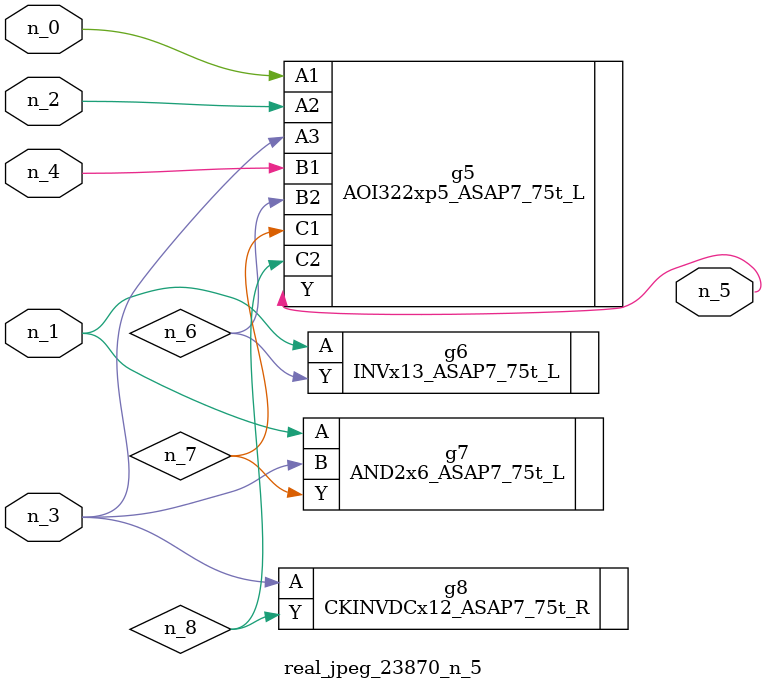
<source format=v>
module real_jpeg_23870_n_5 (n_4, n_0, n_1, n_2, n_3, n_5);

input n_4;
input n_0;
input n_1;
input n_2;
input n_3;

output n_5;

wire n_8;
wire n_6;
wire n_7;

AOI322xp5_ASAP7_75t_L g5 ( 
.A1(n_0),
.A2(n_2),
.A3(n_3),
.B1(n_4),
.B2(n_6),
.C1(n_7),
.C2(n_8),
.Y(n_5)
);

INVx13_ASAP7_75t_L g6 ( 
.A(n_1),
.Y(n_6)
);

AND2x6_ASAP7_75t_L g7 ( 
.A(n_1),
.B(n_3),
.Y(n_7)
);

CKINVDCx12_ASAP7_75t_R g8 ( 
.A(n_3),
.Y(n_8)
);


endmodule
</source>
